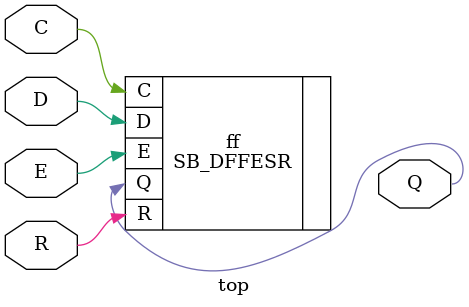
<source format=v>
module top (input C, D, E, R, output Q);
	SB_DFFESR ff (.C(C), .D(D), .E(E), .R(R), .Q(Q));
endmodule

</source>
